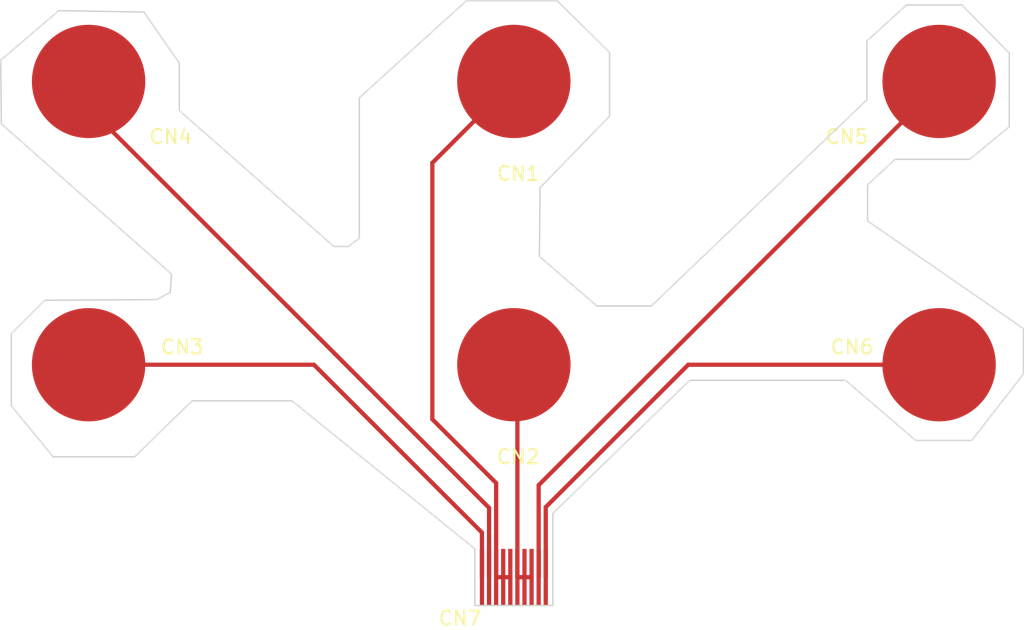
<source format=kicad_pcb>
(kicad_pcb (version 20171130) (host pcbnew "(5.1.10)-1")

  (general
    (thickness 1.6)
    (drawings 48)
    (tracks 22)
    (zones 0)
    (modules 7)
    (nets 7)
  )

  (page User 148.006 105.004)
  (title_block
    (title "VR EEG electrode pad / JGSHIN")
    (rev 1.1)
    (company DGMIF)
  )

  (layers
    (0 F.Cu signal)
    (31 B.Cu signal)
    (32 B.Adhes user)
    (33 F.Adhes user)
    (34 B.Paste user)
    (35 F.Paste user)
    (36 B.SilkS user)
    (37 F.SilkS user)
    (38 B.Mask user)
    (39 F.Mask user)
    (40 Dwgs.User user)
    (41 Cmts.User user)
    (42 Eco1.User user)
    (43 Eco2.User user)
    (44 Edge.Cuts user)
    (45 Margin user)
    (46 B.CrtYd user)
    (47 F.CrtYd user)
    (48 B.Fab user)
    (49 F.Fab user)
  )

  (setup
    (last_trace_width 0.3)
    (trace_clearance 0.2)
    (zone_clearance 0.508)
    (zone_45_only no)
    (trace_min 0.2)
    (via_size 0.8)
    (via_drill 0.4)
    (via_min_size 0.4)
    (via_min_drill 0.3)
    (uvia_size 0.3)
    (uvia_drill 0.1)
    (uvias_allowed no)
    (uvia_min_size 0.2)
    (uvia_min_drill 0.1)
    (edge_width 0.1)
    (segment_width 0.2)
    (pcb_text_width 0.3)
    (pcb_text_size 1.5 1.5)
    (mod_edge_width 0.15)
    (mod_text_size 1 1)
    (mod_text_width 0.15)
    (pad_size 1.524 1.524)
    (pad_drill 0.762)
    (pad_to_mask_clearance 0)
    (aux_axis_origin 0 0)
    (visible_elements 7FFFFFFF)
    (pcbplotparams
      (layerselection 0x010fc_ffffffff)
      (usegerberextensions false)
      (usegerberattributes true)
      (usegerberadvancedattributes true)
      (creategerberjobfile true)
      (excludeedgelayer true)
      (linewidth 0.100000)
      (plotframeref false)
      (viasonmask false)
      (mode 1)
      (useauxorigin false)
      (hpglpennumber 1)
      (hpglpenspeed 20)
      (hpglpendiameter 15.000000)
      (psnegative false)
      (psa4output false)
      (plotreference true)
      (plotvalue true)
      (plotinvisibletext false)
      (padsonsilk false)
      (subtractmaskfromsilk false)
      (outputformat 1)
      (mirror false)
      (drillshape 1)
      (scaleselection 1)
      (outputdirectory ""))
  )

  (net 0 "")
  (net 1 /Reference)
  (net 2 /Ground)
  (net 3 /CH1)
  (net 4 /CH2)
  (net 5 /CH3)
  (net 6 /CH4)

  (net_class Default "This is the default net class."
    (clearance 0.2)
    (trace_width 0.3)
    (via_dia 0.8)
    (via_drill 0.4)
    (uvia_dia 0.3)
    (uvia_drill 0.1)
    (add_net /CH1)
    (add_net /CH2)
    (add_net /CH3)
    (add_net /CH4)
    (add_net /Ground)
    (add_net /Reference)
  )

  (module "jgshin_KiCad_lib:FFC cable 0.5 x 10" (layer F.Cu) (tedit 60FE5B6D) (tstamp 60FEBB31)
    (at 75 55)
    (path /60FEB38A)
    (fp_text reference CN7 (at -3.8 2.9) (layer F.SilkS)
      (effects (font (size 1 1) (thickness 0.15)))
    )
    (fp_text value FFC0.5x10 (at 1.8 2.9) (layer F.Fab)
      (effects (font (size 1 1) (thickness 0.15)))
    )
    (fp_line (start 2.75 2) (end -2.75 2) (layer Dwgs.User) (width 0.12))
    (fp_line (start 2.75 -2) (end 2.75 2) (layer Dwgs.User) (width 0.12))
    (fp_line (start -2.75 -2) (end 2.75 -2) (layer Dwgs.User) (width 0.12))
    (fp_line (start -2.75 2) (end -2.75 -2) (layer Dwgs.User) (width 0.12))
    (pad 10 smd rect (at 2.25 0) (size 0.3 4) (layers F.Cu F.Paste F.Mask)
      (net 6 /CH4))
    (pad 9 smd rect (at 1.75 0) (size 0.3 4) (layers F.Cu F.Paste F.Mask)
      (net 5 /CH3))
    (pad 8 smd rect (at 1.25 0) (size 0.3 4) (layers F.Cu F.Paste F.Mask)
      (net 2 /Ground))
    (pad 7 smd rect (at 0.75 0) (size 0.3 4) (layers F.Cu F.Paste F.Mask)
      (net 2 /Ground))
    (pad 6 smd rect (at 0.25 0) (size 0.3 4) (layers F.Cu F.Paste F.Mask)
      (net 2 /Ground))
    (pad 5 smd rect (at -0.25 0) (size 0.3 4) (layers F.Cu F.Paste F.Mask)
      (net 1 /Reference))
    (pad 4 smd rect (at -0.75 0) (size 0.3 4) (layers F.Cu F.Paste F.Mask)
      (net 1 /Reference))
    (pad 3 smd rect (at -1.25 0) (size 0.3 4) (layers F.Cu F.Paste F.Mask)
      (net 1 /Reference))
    (pad 2 smd rect (at -1.75 0) (size 0.3 4) (layers F.Cu F.Paste F.Mask)
      (net 4 /CH2))
    (pad 1 smd rect (at -2.25 0) (size 0.3 4) (layers F.Cu F.Paste F.Mask)
      (net 3 /CH1))
  )

  (module jgshin_KiCad_lib:electrode_PAD (layer F.Cu) (tedit 60FE5B42) (tstamp 60FEBB1F)
    (at 105 40)
    (path /60FE651A)
    (fp_text reference CN6 (at -6.15 -1.25) (layer F.SilkS)
      (effects (font (size 1 1) (thickness 0.15)))
    )
    (fp_text value electrode_PAD (at 0.2 5) (layer F.Fab)
      (effects (font (size 1 1) (thickness 0.15)))
    )
    (pad 1 smd circle (at 0 0) (size 8 8) (layers F.Cu F.Paste F.Mask)
      (net 6 /CH4))
  )

  (module jgshin_KiCad_lib:electrode_PAD (layer F.Cu) (tedit 60FE5B42) (tstamp 60FEBB1A)
    (at 105 20)
    (path /60FE631A)
    (fp_text reference CN5 (at -6.5 3.9) (layer F.SilkS)
      (effects (font (size 1 1) (thickness 0.15)))
    )
    (fp_text value electrode_PAD (at 0.2 5) (layer F.Fab)
      (effects (font (size 1 1) (thickness 0.15)))
    )
    (pad 1 smd circle (at 0 0) (size 8 8) (layers F.Cu F.Paste F.Mask)
      (net 5 /CH3))
  )

  (module jgshin_KiCad_lib:electrode_PAD (layer F.Cu) (tedit 60FE5B42) (tstamp 60FEBB15)
    (at 45 20)
    (path /60FE60B4)
    (fp_text reference CN4 (at 5.8 3.9) (layer F.SilkS)
      (effects (font (size 1 1) (thickness 0.15)))
    )
    (fp_text value electrode_PAD (at 0.2 5) (layer F.Fab)
      (effects (font (size 1 1) (thickness 0.15)))
    )
    (pad 1 smd circle (at 0 0) (size 8 8) (layers F.Cu F.Paste F.Mask)
      (net 4 /CH2))
  )

  (module jgshin_KiCad_lib:electrode_PAD (layer F.Cu) (tedit 60FE5B42) (tstamp 60FEBB10)
    (at 45 40)
    (path /60FE5E40)
    (fp_text reference CN3 (at 6.6 -1.25) (layer F.SilkS)
      (effects (font (size 1 1) (thickness 0.15)))
    )
    (fp_text value electrode_PAD (at 0.2 5) (layer F.Fab)
      (effects (font (size 1 1) (thickness 0.15)))
    )
    (pad 1 smd circle (at 0 0) (size 8 8) (layers F.Cu F.Paste F.Mask)
      (net 3 /CH1))
  )

  (module jgshin_KiCad_lib:electrode_PAD (layer F.Cu) (tedit 60FE5B42) (tstamp 60FEBB0B)
    (at 75 40)
    (path /60FE5BAB)
    (fp_text reference CN2 (at 0.3 6.5) (layer F.SilkS)
      (effects (font (size 1 1) (thickness 0.15)))
    )
    (fp_text value electrode_PAD (at 0.2 5) (layer F.Fab)
      (effects (font (size 1 1) (thickness 0.15)))
    )
    (pad 1 smd circle (at 0 0) (size 8 8) (layers F.Cu F.Paste F.Mask)
      (net 2 /Ground))
  )

  (module jgshin_KiCad_lib:electrode_PAD (layer F.Cu) (tedit 60FE5B42) (tstamp 60FEBB06)
    (at 75 20)
    (path /60FE3EEE)
    (fp_text reference CN1 (at 0.3 6.5) (layer F.SilkS)
      (effects (font (size 1 1) (thickness 0.15)))
    )
    (fp_text value electrode_PAD (at 0.2 5) (layer F.Fab)
      (effects (font (size 1 1) (thickness 0.15)))
    )
    (pad 1 smd circle (at 0 0) (size 8 8) (layers F.Cu F.Paste F.Mask)
      (net 1 /Reference))
  )

  (gr_line (start 59.35 42.55) (end 72.25 53) (layer Edge.Cuts) (width 0.1) (tstamp 60FEBD92))
  (gr_line (start 52.3 42.55) (end 59.35 42.55) (layer Edge.Cuts) (width 0.1))
  (gr_line (start 48.25 46.5) (end 52.3 42.55) (layer Edge.Cuts) (width 0.1))
  (gr_line (start 42.5 46.5) (end 48.25 46.5) (layer Edge.Cuts) (width 0.1))
  (gr_line (start 39.55 42.9) (end 42.5 46.5) (layer Edge.Cuts) (width 0.1))
  (gr_line (start 39.55 37.8) (end 39.55 42.9) (layer Edge.Cuts) (width 0.1))
  (gr_line (start 41.9 35.45) (end 39.55 37.8) (layer Edge.Cuts) (width 0.1))
  (gr_line (start 49.8 35.4) (end 41.9 35.45) (layer Edge.Cuts) (width 0.1))
  (gr_line (start 50.75 34.9) (end 49.8 35.4) (layer Edge.Cuts) (width 0.1))
  (gr_line (start 50.85 33.6) (end 50.75 34.9) (layer Edge.Cuts) (width 0.1))
  (gr_line (start 38.85 23) (end 50.85 33.6) (layer Edge.Cuts) (width 0.1))
  (gr_line (start 38.8 18.5) (end 38.85 23) (layer Edge.Cuts) (width 0.1))
  (gr_line (start 42.9 15) (end 38.8 18.5) (layer Edge.Cuts) (width 0.1))
  (gr_line (start 48.9 15.1) (end 42.9 15) (layer Edge.Cuts) (width 0.1))
  (gr_line (start 51.4 18.7) (end 48.9 15.1) (layer Edge.Cuts) (width 0.1))
  (gr_line (start 51.4 22.05) (end 51.4 18.7) (layer Edge.Cuts) (width 0.1))
  (gr_line (start 62.3 31.65) (end 51.4 22.05) (layer Edge.Cuts) (width 0.1))
  (gr_line (start 63.35 31.65) (end 62.3 31.65) (layer Edge.Cuts) (width 0.1))
  (gr_line (start 64.1 31.05) (end 63.35 31.65) (layer Edge.Cuts) (width 0.1))
  (gr_line (start 64.1 21.15) (end 64.1 31.05) (layer Edge.Cuts) (width 0.1))
  (gr_line (start 71.65 14.3) (end 64.1 21.15) (layer Edge.Cuts) (width 0.1))
  (gr_line (start 78.05 14.3) (end 71.65 14.3) (layer Edge.Cuts) (width 0.1))
  (gr_line (start 81.75 17.95) (end 78.05 14.3) (layer Edge.Cuts) (width 0.1))
  (gr_line (start 81.75 22.45) (end 81.75 17.95) (layer Edge.Cuts) (width 0.1))
  (gr_line (start 76.85 27.5) (end 81.75 22.45) (layer Edge.Cuts) (width 0.1))
  (gr_line (start 76.8 32.35) (end 76.85 27.5) (layer Edge.Cuts) (width 0.1))
  (gr_line (start 80.85 35.85) (end 76.8 32.35) (layer Edge.Cuts) (width 0.1))
  (gr_line (start 84.7 35.85) (end 80.85 35.85) (layer Edge.Cuts) (width 0.1))
  (gr_line (start 99.9 21.3) (end 84.7 35.85) (layer Edge.Cuts) (width 0.1))
  (gr_line (start 99.9 17.15) (end 99.9 21.3) (layer Edge.Cuts) (width 0.1))
  (gr_line (start 102.7 14.6) (end 99.9 17.15) (layer Edge.Cuts) (width 0.1))
  (gr_line (start 106.6 14.6) (end 102.7 14.6) (layer Edge.Cuts) (width 0.1))
  (gr_line (start 109.95 18) (end 106.6 14.6) (layer Edge.Cuts) (width 0.1))
  (gr_line (start 109.95 23.2) (end 109.95 18) (layer Edge.Cuts) (width 0.1))
  (gr_line (start 107.15 25.5) (end 109.95 23.2) (layer Edge.Cuts) (width 0.1))
  (gr_line (start 101.9 25.5) (end 107.15 25.5) (layer Edge.Cuts) (width 0.1))
  (gr_line (start 99.95 27.3) (end 101.9 25.5) (layer Edge.Cuts) (width 0.1))
  (gr_line (start 99.95 29.85) (end 99.95 27.3) (layer Edge.Cuts) (width 0.1))
  (gr_line (start 110.95 37.45) (end 99.95 29.85) (layer Edge.Cuts) (width 0.1))
  (gr_line (start 110.95 40.65) (end 110.95 37.45) (layer Edge.Cuts) (width 0.1))
  (gr_line (start 107.3 45.35) (end 110.95 40.65) (layer Edge.Cuts) (width 0.1))
  (gr_line (start 103.35 45.35) (end 107.3 45.35) (layer Edge.Cuts) (width 0.1))
  (gr_line (start 98.4 41.1) (end 103.35 45.35) (layer Edge.Cuts) (width 0.1))
  (gr_line (start 87.4 41.1) (end 98.4 41.1) (layer Edge.Cuts) (width 0.1))
  (gr_line (start 77.75 50.5) (end 87.4 41.1) (layer Edge.Cuts) (width 0.1))
  (gr_line (start 77.75 57) (end 77.75 50.5) (layer Edge.Cuts) (width 0.1))
  (gr_line (start 72.25 57) (end 77.75 57) (layer Edge.Cuts) (width 0.1))
  (gr_line (start 72.25 53) (end 72.25 57) (layer Edge.Cuts) (width 0.1))

  (segment (start 73.75 55) (end 73.75 48.35) (width 0.3) (layer F.Cu) (net 1))
  (segment (start 73.75 48.35) (end 69.25 43.85) (width 0.3) (layer F.Cu) (net 1))
  (segment (start 69.25 25.75) (end 75 20) (width 0.3) (layer F.Cu) (net 1))
  (segment (start 69.25 43.85) (end 69.25 25.75) (width 0.3) (layer F.Cu) (net 1))
  (segment (start 73.75 55) (end 74.25 55) (width 0.3) (layer F.Cu) (net 1))
  (segment (start 74.75 55) (end 74.25 55) (width 0.3) (layer F.Cu) (net 1))
  (segment (start 75.25 40.25) (end 75 40) (width 0.3) (layer F.Cu) (net 2))
  (segment (start 75.25 55) (end 75.25 40.25) (width 0.3) (layer F.Cu) (net 2))
  (segment (start 75.25 55) (end 75.75 55) (width 0.3) (layer F.Cu) (net 2))
  (segment (start 76.25 55) (end 75.75 55) (width 0.3) (layer F.Cu) (net 2))
  (segment (start 72.75 55) (end 72.75 51.85) (width 0.3) (layer F.Cu) (net 3))
  (segment (start 60.9 40) (end 45 40) (width 0.3) (layer F.Cu) (net 3))
  (segment (start 72.75 51.85) (end 60.9 40) (width 0.3) (layer F.Cu) (net 3))
  (segment (start 73.25 55) (end 73.25 50.1) (width 0.3) (layer F.Cu) (net 4))
  (segment (start 45 21.85) (end 45 20) (width 0.3) (layer F.Cu) (net 4))
  (segment (start 73.25 50.1) (end 45 21.85) (width 0.3) (layer F.Cu) (net 4))
  (segment (start 76.75 55) (end 76.75 48.5) (width 0.3) (layer F.Cu) (net 5))
  (segment (start 105 20.25) (end 105 20) (width 0.3) (layer F.Cu) (net 5))
  (segment (start 76.75 48.5) (end 105 20.25) (width 0.3) (layer F.Cu) (net 5))
  (segment (start 77.25 55) (end 77.25 50.05) (width 0.3) (layer F.Cu) (net 6))
  (segment (start 87.3 40) (end 105 40) (width 0.3) (layer F.Cu) (net 6))
  (segment (start 77.25 50.05) (end 87.3 40) (width 0.3) (layer F.Cu) (net 6))

)

</source>
